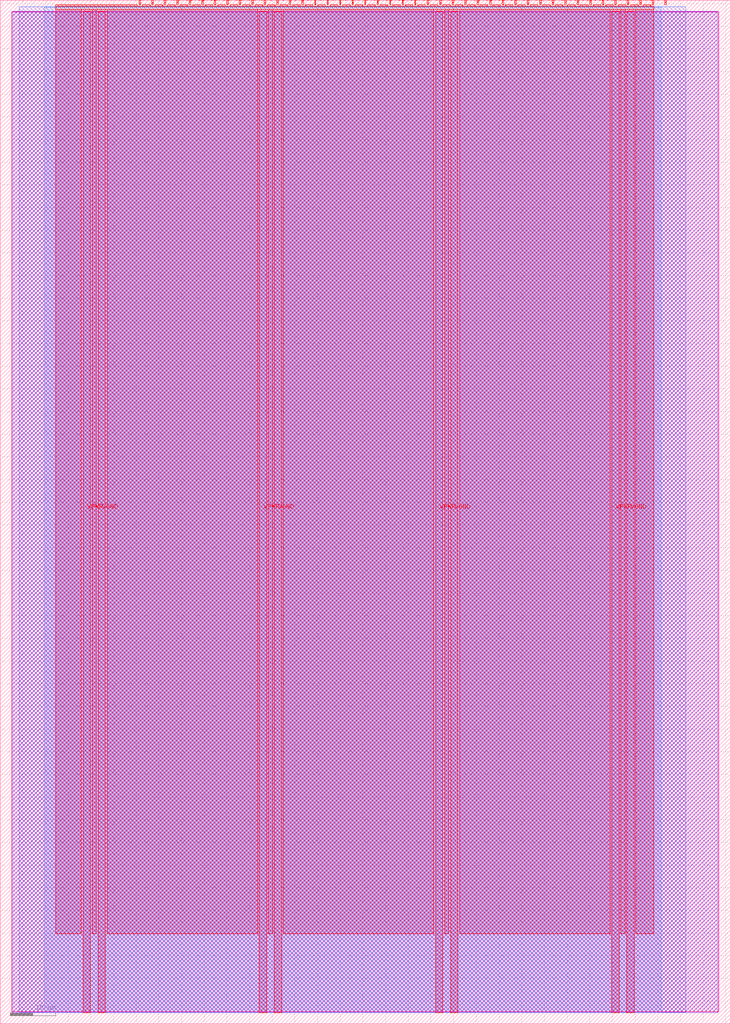
<source format=lef>
VERSION 5.7 ;
  NOWIREEXTENSIONATPIN ON ;
  DIVIDERCHAR "/" ;
  BUSBITCHARS "[]" ;
MACRO tt_um_2x2MatrixMult_Vort3xed
  CLASS BLOCK ;
  FOREIGN tt_um_2x2MatrixMult_Vort3xed ;
  ORIGIN 0.000 0.000 ;
  SIZE 161.000 BY 225.760 ;
  PIN VGND
    DIRECTION INOUT ;
    USE GROUND ;
    PORT
      LAYER met4 ;
        RECT 21.580 2.480 23.180 223.280 ;
    END
    PORT
      LAYER met4 ;
        RECT 60.450 2.480 62.050 223.280 ;
    END
    PORT
      LAYER met4 ;
        RECT 99.320 2.480 100.920 223.280 ;
    END
    PORT
      LAYER met4 ;
        RECT 138.190 2.480 139.790 223.280 ;
    END
  END VGND
  PIN VPWR
    DIRECTION INOUT ;
    USE POWER ;
    PORT
      LAYER met4 ;
        RECT 18.280 2.480 19.880 223.280 ;
    END
    PORT
      LAYER met4 ;
        RECT 57.150 2.480 58.750 223.280 ;
    END
    PORT
      LAYER met4 ;
        RECT 96.020 2.480 97.620 223.280 ;
    END
    PORT
      LAYER met4 ;
        RECT 134.890 2.480 136.490 223.280 ;
    END
  END VPWR
  PIN clk
    DIRECTION INPUT ;
    USE SIGNAL ;
    ANTENNAGATEAREA 0.852000 ;
    PORT
      LAYER met4 ;
        RECT 143.830 224.760 144.130 225.760 ;
    END
  END clk
  PIN ena
    DIRECTION INPUT ;
    USE SIGNAL ;
    PORT
      LAYER met4 ;
        RECT 146.590 224.760 146.890 225.760 ;
    END
  END ena
  PIN rst_n
    DIRECTION INPUT ;
    USE SIGNAL ;
    ANTENNAGATEAREA 0.213000 ;
    PORT
      LAYER met4 ;
        RECT 141.070 224.760 141.370 225.760 ;
    END
  END rst_n
  PIN ui_in[0]
    DIRECTION INPUT ;
    USE SIGNAL ;
    ANTENNAGATEAREA 0.196500 ;
    PORT
      LAYER met4 ;
        RECT 138.310 224.760 138.610 225.760 ;
    END
  END ui_in[0]
  PIN ui_in[1]
    DIRECTION INPUT ;
    USE SIGNAL ;
    PORT
      LAYER met4 ;
        RECT 135.550 224.760 135.850 225.760 ;
    END
  END ui_in[1]
  PIN ui_in[2]
    DIRECTION INPUT ;
    USE SIGNAL ;
    PORT
      LAYER met4 ;
        RECT 132.790 224.760 133.090 225.760 ;
    END
  END ui_in[2]
  PIN ui_in[3]
    DIRECTION INPUT ;
    USE SIGNAL ;
    PORT
      LAYER met4 ;
        RECT 130.030 224.760 130.330 225.760 ;
    END
  END ui_in[3]
  PIN ui_in[4]
    DIRECTION INPUT ;
    USE SIGNAL ;
    PORT
      LAYER met4 ;
        RECT 127.270 224.760 127.570 225.760 ;
    END
  END ui_in[4]
  PIN ui_in[5]
    DIRECTION INPUT ;
    USE SIGNAL ;
    PORT
      LAYER met4 ;
        RECT 124.510 224.760 124.810 225.760 ;
    END
  END ui_in[5]
  PIN ui_in[6]
    DIRECTION INPUT ;
    USE SIGNAL ;
    PORT
      LAYER met4 ;
        RECT 121.750 224.760 122.050 225.760 ;
    END
  END ui_in[6]
  PIN ui_in[7]
    DIRECTION INPUT ;
    USE SIGNAL ;
    PORT
      LAYER met4 ;
        RECT 118.990 224.760 119.290 225.760 ;
    END
  END ui_in[7]
  PIN uio_in[0]
    DIRECTION INPUT ;
    USE SIGNAL ;
    PORT
      LAYER met4 ;
        RECT 116.230 224.760 116.530 225.760 ;
    END
  END uio_in[0]
  PIN uio_in[1]
    DIRECTION INPUT ;
    USE SIGNAL ;
    PORT
      LAYER met4 ;
        RECT 113.470 224.760 113.770 225.760 ;
    END
  END uio_in[1]
  PIN uio_in[2]
    DIRECTION INPUT ;
    USE SIGNAL ;
    PORT
      LAYER met4 ;
        RECT 110.710 224.760 111.010 225.760 ;
    END
  END uio_in[2]
  PIN uio_in[3]
    DIRECTION INPUT ;
    USE SIGNAL ;
    PORT
      LAYER met4 ;
        RECT 107.950 224.760 108.250 225.760 ;
    END
  END uio_in[3]
  PIN uio_in[4]
    DIRECTION INPUT ;
    USE SIGNAL ;
    PORT
      LAYER met4 ;
        RECT 105.190 224.760 105.490 225.760 ;
    END
  END uio_in[4]
  PIN uio_in[5]
    DIRECTION INPUT ;
    USE SIGNAL ;
    PORT
      LAYER met4 ;
        RECT 102.430 224.760 102.730 225.760 ;
    END
  END uio_in[5]
  PIN uio_in[6]
    DIRECTION INPUT ;
    USE SIGNAL ;
    PORT
      LAYER met4 ;
        RECT 99.670 224.760 99.970 225.760 ;
    END
  END uio_in[6]
  PIN uio_in[7]
    DIRECTION INPUT ;
    USE SIGNAL ;
    PORT
      LAYER met4 ;
        RECT 96.910 224.760 97.210 225.760 ;
    END
  END uio_in[7]
  PIN uio_oe[0]
    DIRECTION OUTPUT ;
    USE SIGNAL ;
    ANTENNADIFFAREA 0.445500 ;
    PORT
      LAYER met4 ;
        RECT 49.990 224.760 50.290 225.760 ;
    END
  END uio_oe[0]
  PIN uio_oe[1]
    DIRECTION OUTPUT ;
    USE SIGNAL ;
    PORT
      LAYER met4 ;
        RECT 47.230 224.760 47.530 225.760 ;
    END
  END uio_oe[1]
  PIN uio_oe[2]
    DIRECTION OUTPUT ;
    USE SIGNAL ;
    PORT
      LAYER met4 ;
        RECT 44.470 224.760 44.770 225.760 ;
    END
  END uio_oe[2]
  PIN uio_oe[3]
    DIRECTION OUTPUT ;
    USE SIGNAL ;
    PORT
      LAYER met4 ;
        RECT 41.710 224.760 42.010 225.760 ;
    END
  END uio_oe[3]
  PIN uio_oe[4]
    DIRECTION OUTPUT ;
    USE SIGNAL ;
    PORT
      LAYER met4 ;
        RECT 38.950 224.760 39.250 225.760 ;
    END
  END uio_oe[4]
  PIN uio_oe[5]
    DIRECTION OUTPUT ;
    USE SIGNAL ;
    PORT
      LAYER met4 ;
        RECT 36.190 224.760 36.490 225.760 ;
    END
  END uio_oe[5]
  PIN uio_oe[6]
    DIRECTION OUTPUT ;
    USE SIGNAL ;
    PORT
      LAYER met4 ;
        RECT 33.430 224.760 33.730 225.760 ;
    END
  END uio_oe[6]
  PIN uio_oe[7]
    DIRECTION OUTPUT ;
    USE SIGNAL ;
    PORT
      LAYER met4 ;
        RECT 30.670 224.760 30.970 225.760 ;
    END
  END uio_oe[7]
  PIN uio_out[0]
    DIRECTION OUTPUT ;
    USE SIGNAL ;
    ANTENNADIFFAREA 0.795200 ;
    PORT
      LAYER met4 ;
        RECT 72.070 224.760 72.370 225.760 ;
    END
  END uio_out[0]
  PIN uio_out[1]
    DIRECTION OUTPUT ;
    USE SIGNAL ;
    PORT
      LAYER met4 ;
        RECT 69.310 224.760 69.610 225.760 ;
    END
  END uio_out[1]
  PIN uio_out[2]
    DIRECTION OUTPUT ;
    USE SIGNAL ;
    PORT
      LAYER met4 ;
        RECT 66.550 224.760 66.850 225.760 ;
    END
  END uio_out[2]
  PIN uio_out[3]
    DIRECTION OUTPUT ;
    USE SIGNAL ;
    PORT
      LAYER met4 ;
        RECT 63.790 224.760 64.090 225.760 ;
    END
  END uio_out[3]
  PIN uio_out[4]
    DIRECTION OUTPUT ;
    USE SIGNAL ;
    PORT
      LAYER met4 ;
        RECT 61.030 224.760 61.330 225.760 ;
    END
  END uio_out[4]
  PIN uio_out[5]
    DIRECTION OUTPUT ;
    USE SIGNAL ;
    PORT
      LAYER met4 ;
        RECT 58.270 224.760 58.570 225.760 ;
    END
  END uio_out[5]
  PIN uio_out[6]
    DIRECTION OUTPUT ;
    USE SIGNAL ;
    PORT
      LAYER met4 ;
        RECT 55.510 224.760 55.810 225.760 ;
    END
  END uio_out[6]
  PIN uio_out[7]
    DIRECTION OUTPUT ;
    USE SIGNAL ;
    PORT
      LAYER met4 ;
        RECT 52.750 224.760 53.050 225.760 ;
    END
  END uio_out[7]
  PIN uo_out[0]
    DIRECTION OUTPUT ;
    USE SIGNAL ;
    ANTENNAGATEAREA 0.252000 ;
    ANTENNADIFFAREA 0.891000 ;
    PORT
      LAYER met4 ;
        RECT 94.150 224.760 94.450 225.760 ;
    END
  END uo_out[0]
  PIN uo_out[1]
    DIRECTION OUTPUT ;
    USE SIGNAL ;
    ANTENNAGATEAREA 0.252000 ;
    ANTENNADIFFAREA 0.891000 ;
    PORT
      LAYER met4 ;
        RECT 91.390 224.760 91.690 225.760 ;
    END
  END uo_out[1]
  PIN uo_out[2]
    DIRECTION OUTPUT ;
    USE SIGNAL ;
    ANTENNAGATEAREA 0.252000 ;
    ANTENNADIFFAREA 0.891000 ;
    PORT
      LAYER met4 ;
        RECT 88.630 224.760 88.930 225.760 ;
    END
  END uo_out[2]
  PIN uo_out[3]
    DIRECTION OUTPUT ;
    USE SIGNAL ;
    ANTENNAGATEAREA 0.252000 ;
    ANTENNADIFFAREA 0.891000 ;
    PORT
      LAYER met4 ;
        RECT 85.870 224.760 86.170 225.760 ;
    END
  END uo_out[3]
  PIN uo_out[4]
    DIRECTION OUTPUT ;
    USE SIGNAL ;
    ANTENNAGATEAREA 0.252000 ;
    ANTENNADIFFAREA 0.891000 ;
    PORT
      LAYER met4 ;
        RECT 83.110 224.760 83.410 225.760 ;
    END
  END uo_out[4]
  PIN uo_out[5]
    DIRECTION OUTPUT ;
    USE SIGNAL ;
    ANTENNAGATEAREA 0.252000 ;
    ANTENNADIFFAREA 0.891000 ;
    PORT
      LAYER met4 ;
        RECT 80.350 224.760 80.650 225.760 ;
    END
  END uo_out[5]
  PIN uo_out[6]
    DIRECTION OUTPUT ;
    USE SIGNAL ;
    ANTENNAGATEAREA 0.252000 ;
    ANTENNADIFFAREA 0.891000 ;
    PORT
      LAYER met4 ;
        RECT 77.590 224.760 77.890 225.760 ;
    END
  END uo_out[6]
  PIN uo_out[7]
    DIRECTION OUTPUT ;
    USE SIGNAL ;
    ANTENNAGATEAREA 0.252000 ;
    ANTENNADIFFAREA 0.891000 ;
    PORT
      LAYER met4 ;
        RECT 74.830 224.760 75.130 225.760 ;
    END
  END uo_out[7]
  OBS
      LAYER nwell ;
        RECT 2.570 2.635 158.430 223.230 ;
      LAYER li1 ;
        RECT 2.760 2.635 158.240 223.125 ;
      LAYER met1 ;
        RECT 2.760 2.480 158.240 223.280 ;
      LAYER met2 ;
        RECT 4.240 2.535 151.240 224.245 ;
      LAYER met3 ;
        RECT 9.725 2.555 145.755 224.225 ;
      LAYER met4 ;
        RECT 12.255 224.360 30.270 224.760 ;
        RECT 31.370 224.360 33.030 224.760 ;
        RECT 34.130 224.360 35.790 224.760 ;
        RECT 36.890 224.360 38.550 224.760 ;
        RECT 39.650 224.360 41.310 224.760 ;
        RECT 42.410 224.360 44.070 224.760 ;
        RECT 45.170 224.360 46.830 224.760 ;
        RECT 47.930 224.360 49.590 224.760 ;
        RECT 50.690 224.360 52.350 224.760 ;
        RECT 53.450 224.360 55.110 224.760 ;
        RECT 56.210 224.360 57.870 224.760 ;
        RECT 58.970 224.360 60.630 224.760 ;
        RECT 61.730 224.360 63.390 224.760 ;
        RECT 64.490 224.360 66.150 224.760 ;
        RECT 67.250 224.360 68.910 224.760 ;
        RECT 70.010 224.360 71.670 224.760 ;
        RECT 72.770 224.360 74.430 224.760 ;
        RECT 75.530 224.360 77.190 224.760 ;
        RECT 78.290 224.360 79.950 224.760 ;
        RECT 81.050 224.360 82.710 224.760 ;
        RECT 83.810 224.360 85.470 224.760 ;
        RECT 86.570 224.360 88.230 224.760 ;
        RECT 89.330 224.360 90.990 224.760 ;
        RECT 92.090 224.360 93.750 224.760 ;
        RECT 94.850 224.360 96.510 224.760 ;
        RECT 97.610 224.360 99.270 224.760 ;
        RECT 100.370 224.360 102.030 224.760 ;
        RECT 103.130 224.360 104.790 224.760 ;
        RECT 105.890 224.360 107.550 224.760 ;
        RECT 108.650 224.360 110.310 224.760 ;
        RECT 111.410 224.360 113.070 224.760 ;
        RECT 114.170 224.360 115.830 224.760 ;
        RECT 116.930 224.360 118.590 224.760 ;
        RECT 119.690 224.360 121.350 224.760 ;
        RECT 122.450 224.360 124.110 224.760 ;
        RECT 125.210 224.360 126.870 224.760 ;
        RECT 127.970 224.360 129.630 224.760 ;
        RECT 130.730 224.360 132.390 224.760 ;
        RECT 133.490 224.360 135.150 224.760 ;
        RECT 136.250 224.360 137.910 224.760 ;
        RECT 139.010 224.360 140.670 224.760 ;
        RECT 141.770 224.360 143.430 224.760 ;
        RECT 12.255 223.680 144.145 224.360 ;
        RECT 12.255 19.895 17.880 223.680 ;
        RECT 20.280 19.895 21.180 223.680 ;
        RECT 23.580 19.895 56.750 223.680 ;
        RECT 59.150 19.895 60.050 223.680 ;
        RECT 62.450 19.895 95.620 223.680 ;
        RECT 98.020 19.895 98.920 223.680 ;
        RECT 101.320 19.895 134.490 223.680 ;
        RECT 136.890 19.895 137.790 223.680 ;
        RECT 140.190 19.895 144.145 223.680 ;
  END
END tt_um_2x2MatrixMult_Vort3xed
END LIBRARY


</source>
